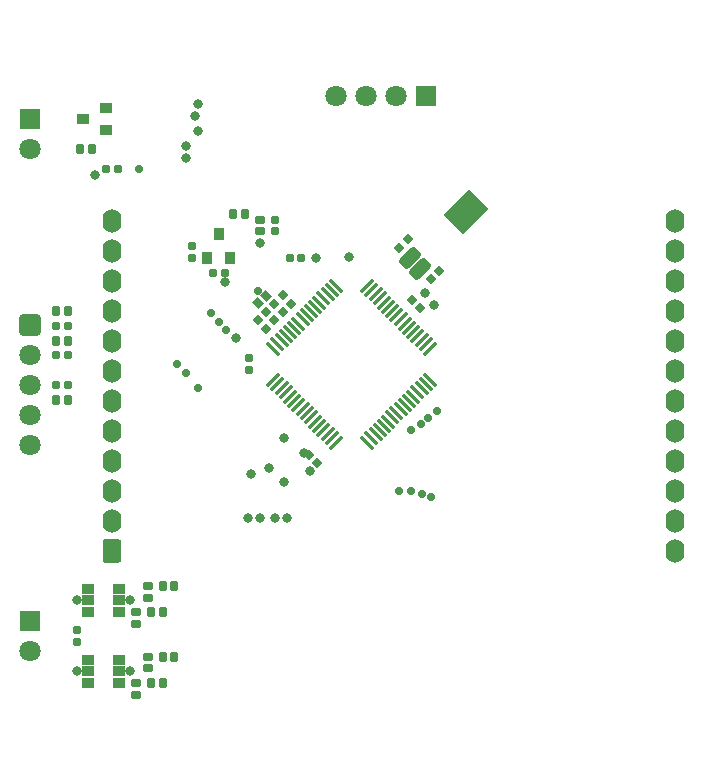
<source format=gts>
G04*
G04 #@! TF.GenerationSoftware,Altium Limited,Altium Designer,19.1.5 (86)*
G04*
G04 Layer_Color=8388736*
%FSLAX44Y44*%
%MOMM*%
G71*
G01*
G75*
G04:AMPARAMS|DCode=28|XSize=2.286mm|YSize=3.048mm|CornerRadius=0mm|HoleSize=0mm|Usage=FLASHONLY|Rotation=315.000|XOffset=0mm|YOffset=0mm|HoleType=Round|Shape=Rectangle|*
%AMROTATEDRECTD28*
4,1,4,-1.8859,-0.2694,0.2694,1.8859,1.8859,0.2694,-0.2694,-1.8859,-1.8859,-0.2694,0.0*
%
%ADD28ROTATEDRECTD28*%

G04:AMPARAMS|DCode=29|XSize=0.7mm|YSize=0.8mm|CornerRadius=0.105mm|HoleSize=0mm|Usage=FLASHONLY|Rotation=0.000|XOffset=0mm|YOffset=0mm|HoleType=Round|Shape=RoundedRectangle|*
%AMROUNDEDRECTD29*
21,1,0.7000,0.5900,0,0,0.0*
21,1,0.4900,0.8000,0,0,0.0*
1,1,0.2100,0.2450,-0.2950*
1,1,0.2100,-0.2450,-0.2950*
1,1,0.2100,-0.2450,0.2950*
1,1,0.2100,0.2450,0.2950*
%
%ADD29ROUNDEDRECTD29*%
G04:AMPARAMS|DCode=30|XSize=0.65mm|YSize=0.65mm|CornerRadius=0.08mm|HoleSize=0mm|Usage=FLASHONLY|Rotation=180.000|XOffset=0mm|YOffset=0mm|HoleType=Round|Shape=RoundedRectangle|*
%AMROUNDEDRECTD30*
21,1,0.6500,0.4900,0,0,180.0*
21,1,0.4900,0.6500,0,0,180.0*
1,1,0.1600,-0.2450,0.2450*
1,1,0.1600,0.2450,0.2450*
1,1,0.1600,0.2450,-0.2450*
1,1,0.1600,-0.2450,-0.2450*
%
%ADD30ROUNDEDRECTD30*%
G04:AMPARAMS|DCode=31|XSize=0.65mm|YSize=0.65mm|CornerRadius=0.08mm|HoleSize=0mm|Usage=FLASHONLY|Rotation=270.000|XOffset=0mm|YOffset=0mm|HoleType=Round|Shape=RoundedRectangle|*
%AMROUNDEDRECTD31*
21,1,0.6500,0.4900,0,0,270.0*
21,1,0.4900,0.6500,0,0,270.0*
1,1,0.1600,-0.2450,-0.2450*
1,1,0.1600,-0.2450,0.2450*
1,1,0.1600,0.2450,0.2450*
1,1,0.1600,0.2450,-0.2450*
%
%ADD31ROUNDEDRECTD31*%
G04:AMPARAMS|DCode=32|XSize=0.7mm|YSize=0.8mm|CornerRadius=0.105mm|HoleSize=0mm|Usage=FLASHONLY|Rotation=270.000|XOffset=0mm|YOffset=0mm|HoleType=Round|Shape=RoundedRectangle|*
%AMROUNDEDRECTD32*
21,1,0.7000,0.5900,0,0,270.0*
21,1,0.4900,0.8000,0,0,270.0*
1,1,0.2100,-0.2950,-0.2450*
1,1,0.2100,-0.2950,0.2450*
1,1,0.2100,0.2950,0.2450*
1,1,0.2100,0.2950,-0.2450*
%
%ADD32ROUNDEDRECTD32*%
G04:AMPARAMS|DCode=33|XSize=0.79mm|YSize=1.09mm|CornerRadius=0.0569mm|HoleSize=0mm|Usage=FLASHONLY|Rotation=270.000|XOffset=0mm|YOffset=0mm|HoleType=Round|Shape=RoundedRectangle|*
%AMROUNDEDRECTD33*
21,1,0.7900,0.9762,0,0,270.0*
21,1,0.6762,1.0900,0,0,270.0*
1,1,0.1138,-0.4881,-0.3381*
1,1,0.1138,-0.4881,0.3381*
1,1,0.1138,0.4881,0.3381*
1,1,0.1138,0.4881,-0.3381*
%
%ADD33ROUNDEDRECTD33*%
%ADD34R,0.9000X1.1000*%
%ADD35R,1.1000X0.9000*%
G04:AMPARAMS|DCode=36|XSize=0.65mm|YSize=0.65mm|CornerRadius=0.08mm|HoleSize=0mm|Usage=FLASHONLY|Rotation=225.000|XOffset=0mm|YOffset=0mm|HoleType=Round|Shape=RoundedRectangle|*
%AMROUNDEDRECTD36*
21,1,0.6500,0.4900,0,0,225.0*
21,1,0.4900,0.6500,0,0,225.0*
1,1,0.1600,-0.3465,0.0000*
1,1,0.1600,0.0000,0.3465*
1,1,0.1600,0.3465,0.0000*
1,1,0.1600,0.0000,-0.3465*
%
%ADD36ROUNDEDRECTD36*%
G04:AMPARAMS|DCode=37|XSize=0.65mm|YSize=0.65mm|CornerRadius=0.08mm|HoleSize=0mm|Usage=FLASHONLY|Rotation=315.000|XOffset=0mm|YOffset=0mm|HoleType=Round|Shape=RoundedRectangle|*
%AMROUNDEDRECTD37*
21,1,0.6500,0.4900,0,0,315.0*
21,1,0.4900,0.6500,0,0,315.0*
1,1,0.1600,0.0000,-0.3465*
1,1,0.1600,-0.3465,0.0000*
1,1,0.1600,0.0000,0.3465*
1,1,0.1600,0.3465,0.0000*
%
%ADD37ROUNDEDRECTD37*%
G04:AMPARAMS|DCode=38|XSize=1.55mm|YSize=0.35mm|CornerRadius=0.0525mm|HoleSize=0mm|Usage=FLASHONLY|Rotation=45.000|XOffset=0mm|YOffset=0mm|HoleType=Round|Shape=RoundedRectangle|*
%AMROUNDEDRECTD38*
21,1,1.5500,0.2450,0,0,45.0*
21,1,1.4450,0.3500,0,0,45.0*
1,1,0.1050,0.5975,0.4243*
1,1,0.1050,-0.4243,-0.5975*
1,1,0.1050,-0.5975,-0.4243*
1,1,0.1050,0.4243,0.5975*
%
%ADD38ROUNDEDRECTD38*%
G04:AMPARAMS|DCode=39|XSize=1.55mm|YSize=0.35mm|CornerRadius=0.0525mm|HoleSize=0mm|Usage=FLASHONLY|Rotation=315.000|XOffset=0mm|YOffset=0mm|HoleType=Round|Shape=RoundedRectangle|*
%AMROUNDEDRECTD39*
21,1,1.5500,0.2450,0,0,315.0*
21,1,1.4450,0.3500,0,0,315.0*
1,1,0.1050,0.4243,-0.5975*
1,1,0.1050,-0.5975,0.4243*
1,1,0.1050,-0.4243,0.5975*
1,1,0.1050,0.5975,-0.4243*
%
%ADD39ROUNDEDRECTD39*%
G04:AMPARAMS|DCode=40|XSize=0.72mm|YSize=0.6mm|CornerRadius=0mm|HoleSize=0mm|Usage=FLASHONLY|Rotation=315.000|XOffset=0mm|YOffset=0mm|HoleType=Round|Shape=Rectangle|*
%AMROTATEDRECTD40*
4,1,4,-0.4667,0.0424,-0.0424,0.4667,0.4667,-0.0424,0.0424,-0.4667,-0.4667,0.0424,0.0*
%
%ADD40ROTATEDRECTD40*%

%ADD41O,1.6000X2.0000*%
G04:AMPARAMS|DCode=42|XSize=2mm|YSize=1.6mm|CornerRadius=0.2375mm|HoleSize=0mm|Usage=FLASHONLY|Rotation=90.000|XOffset=0mm|YOffset=0mm|HoleType=Round|Shape=RoundedRectangle|*
%AMROUNDEDRECTD42*
21,1,2.0000,1.1250,0,0,90.0*
21,1,1.5250,1.6000,0,0,90.0*
1,1,0.4750,0.5625,0.7625*
1,1,0.4750,0.5625,-0.7625*
1,1,0.4750,-0.5625,-0.7625*
1,1,0.4750,-0.5625,0.7625*
%
%ADD42ROUNDEDRECTD42*%
%ADD43C,0.1000*%
%ADD44R,1.8000X1.8000*%
%ADD45C,1.8000*%
%ADD46R,1.8000X1.8000*%
G04:AMPARAMS|DCode=47|XSize=1.9mm|YSize=1.1mm|CornerRadius=0.3mm|HoleSize=0mm|Usage=FLASHONLY|Rotation=45.000|XOffset=0mm|YOffset=0mm|HoleType=Round|Shape=RoundedRectangle|*
%AMROUNDEDRECTD47*
21,1,1.9000,0.5000,0,0,45.0*
21,1,1.3000,1.1000,0,0,45.0*
1,1,0.6000,0.6364,0.2828*
1,1,0.6000,-0.2828,-0.6364*
1,1,0.6000,-0.6364,-0.2828*
1,1,0.6000,0.2828,0.6364*
%
%ADD47ROUNDEDRECTD47*%
G04:AMPARAMS|DCode=48|XSize=1.8mm|YSize=1.8mm|CornerRadius=0.2625mm|HoleSize=0mm|Usage=FLASHONLY|Rotation=270.000|XOffset=0mm|YOffset=0mm|HoleType=Round|Shape=RoundedRectangle|*
%AMROUNDEDRECTD48*
21,1,1.8000,1.2750,0,0,270.0*
21,1,1.2750,1.8000,0,0,270.0*
1,1,0.5250,-0.6375,-0.6375*
1,1,0.5250,-0.6375,0.6375*
1,1,0.5250,0.6375,0.6375*
1,1,0.5250,0.6375,-0.6375*
%
%ADD48ROUNDEDRECTD48*%
%ADD49C,0.7000*%
%ADD50C,0.8000*%
D28*
X599196Y646130D02*
D03*
D29*
X252500Y562500D02*
D03*
X262500D02*
D03*
X252500Y537500D02*
D03*
X262500D02*
D03*
X252500Y487500D02*
D03*
X262500D02*
D03*
X412500Y645000D02*
D03*
X402500D02*
D03*
X352500Y270000D02*
D03*
X342500D02*
D03*
Y330000D02*
D03*
X352500D02*
D03*
X342500Y247500D02*
D03*
X332500D02*
D03*
Y307500D02*
D03*
X342500D02*
D03*
X282500Y700000D02*
D03*
X272500D02*
D03*
D30*
X252500Y550000D02*
D03*
X262500D02*
D03*
X252500Y525000D02*
D03*
X262500D02*
D03*
X252500Y500000D02*
D03*
X262500D02*
D03*
X450000Y607500D02*
D03*
X460000D02*
D03*
X305000Y682500D02*
D03*
X295000D02*
D03*
X395000Y595000D02*
D03*
X385000D02*
D03*
D31*
X437500Y630000D02*
D03*
Y640000D02*
D03*
X270000Y282500D02*
D03*
Y292500D02*
D03*
X367500Y617500D02*
D03*
Y607500D02*
D03*
X415879Y512803D02*
D03*
Y522803D02*
D03*
D32*
X425000Y630000D02*
D03*
Y640000D02*
D03*
X330000Y270000D02*
D03*
Y260000D02*
D03*
Y320000D02*
D03*
Y330000D02*
D03*
X320000Y247500D02*
D03*
Y237500D02*
D03*
Y297500D02*
D03*
Y307500D02*
D03*
D33*
X279550Y308000D02*
D03*
Y317500D02*
D03*
Y327000D02*
D03*
X305450D02*
D03*
Y317500D02*
D03*
Y308000D02*
D03*
X279550Y248000D02*
D03*
Y257500D02*
D03*
Y267000D02*
D03*
X305450D02*
D03*
Y257500D02*
D03*
Y248000D02*
D03*
D34*
X390000Y627500D02*
D03*
X399500Y607750D02*
D03*
X380500D02*
D03*
D35*
X294750Y715500D02*
D03*
Y734500D02*
D03*
X275000Y725000D02*
D03*
D36*
X549974Y623283D02*
D03*
X542903Y616212D02*
D03*
X576491Y596767D02*
D03*
X569420Y589696D02*
D03*
X444164Y561694D02*
D03*
X451235Y568765D02*
D03*
X437093D02*
D03*
X444164Y575836D02*
D03*
X430022Y561694D02*
D03*
X422951Y554623D02*
D03*
X437093D02*
D03*
X430022Y547552D02*
D03*
D37*
X553765Y572301D02*
D03*
X560836Y565230D02*
D03*
X473535Y433965D02*
D03*
X466465Y441035D02*
D03*
D38*
X536972Y562578D02*
D03*
X457422Y483029D02*
D03*
X568791Y530758D02*
D03*
X558185Y541365D02*
D03*
X561720Y537829D02*
D03*
X565256Y534294D02*
D03*
X540507Y559043D02*
D03*
X544043Y555507D02*
D03*
X547578Y551972D02*
D03*
X551114Y548436D02*
D03*
X554649Y544900D02*
D03*
X478635Y461815D02*
D03*
X489242Y451209D02*
D03*
X485706Y454744D02*
D03*
X482171Y458280D02*
D03*
X460958Y479493D02*
D03*
X475100Y465351D02*
D03*
X471564Y468886D02*
D03*
X468029Y472422D02*
D03*
X464493Y475958D02*
D03*
X529900Y569649D02*
D03*
X533436Y566114D02*
D03*
X515758Y583791D02*
D03*
X519294Y580256D02*
D03*
X522829Y576720D02*
D03*
X526365Y573185D02*
D03*
X450351Y490100D02*
D03*
X453886Y486564D02*
D03*
X436209Y504242D02*
D03*
X446815Y493635D02*
D03*
X443280Y497171D02*
D03*
X439744Y500706D02*
D03*
D39*
X551114Y486564D02*
D03*
X471564Y566114D02*
D03*
X568791Y504242D02*
D03*
X565256Y500706D02*
D03*
X561720Y497171D02*
D03*
X558185Y493635D02*
D03*
X554649Y490100D02*
D03*
X540507Y475958D02*
D03*
X547578Y483029D02*
D03*
X544043Y479493D02*
D03*
X536972Y472422D02*
D03*
X533436Y468886D02*
D03*
X529900Y465351D02*
D03*
X526365Y461815D02*
D03*
X522829Y458280D02*
D03*
X519294Y454744D02*
D03*
X515758Y451209D02*
D03*
X489242Y583791D02*
D03*
X475100Y569649D02*
D03*
X478635Y573185D02*
D03*
X482171Y576720D02*
D03*
X485706Y580256D02*
D03*
X460958Y555507D02*
D03*
X464493Y559043D02*
D03*
X468029Y562578D02*
D03*
X436209Y530758D02*
D03*
X439744Y534294D02*
D03*
X443280Y537829D02*
D03*
X446815Y541365D02*
D03*
X450351Y544900D02*
D03*
X453886Y548436D02*
D03*
X457422Y551972D02*
D03*
D40*
X429668Y575483D02*
D03*
X423304Y569119D02*
D03*
D41*
X300000Y385000D02*
D03*
Y410400D02*
D03*
Y435800D02*
D03*
Y461200D02*
D03*
Y486600D02*
D03*
Y512000D02*
D03*
Y537400D02*
D03*
Y562800D02*
D03*
Y588200D02*
D03*
Y613600D02*
D03*
Y639000D02*
D03*
X776250D02*
D03*
Y613600D02*
D03*
Y588200D02*
D03*
Y562800D02*
D03*
Y537400D02*
D03*
Y512000D02*
D03*
Y486600D02*
D03*
Y461200D02*
D03*
Y435800D02*
D03*
Y410400D02*
D03*
Y385000D02*
D03*
Y359600D02*
D03*
D42*
X300000D02*
D03*
D43*
X250000Y190000D02*
D03*
Y810000D02*
D03*
D44*
X565400Y745000D02*
D03*
D45*
X540000D02*
D03*
X514600D02*
D03*
X489200D02*
D03*
X230000Y274600D02*
D03*
Y700000D02*
D03*
Y449200D02*
D03*
Y500000D02*
D03*
Y474600D02*
D03*
Y525400D02*
D03*
D46*
Y300000D02*
D03*
Y725400D02*
D03*
D47*
X560581Y598535D02*
D03*
X551600Y607515D02*
D03*
D48*
X230000Y550800D02*
D03*
D49*
X561027Y466773D02*
D03*
X552750Y461750D02*
D03*
X383250Y561250D02*
D03*
X423021Y579528D02*
D03*
X390578Y553078D02*
D03*
X570000Y405000D02*
D03*
X567528Y471773D02*
D03*
X322500Y682500D02*
D03*
X396348Y546348D02*
D03*
X362500Y510000D02*
D03*
X575000Y477500D02*
D03*
X355000Y517500D02*
D03*
X372500Y497500D02*
D03*
X542500Y410000D02*
D03*
X552500D02*
D03*
X562500Y407500D02*
D03*
D50*
X572500Y567500D02*
D03*
X565000Y577500D02*
D03*
X395000Y587500D02*
D03*
X462499Y442499D02*
D03*
X444999Y454999D02*
D03*
X270000Y257500D02*
D03*
Y317500D02*
D03*
X285000Y677500D02*
D03*
X370000Y727500D02*
D03*
X372500Y715000D02*
D03*
X372500Y737500D02*
D03*
X362500Y692500D02*
D03*
X362499Y702499D02*
D03*
X500000Y608061D02*
D03*
X425000Y620000D02*
D03*
X472500Y607500D02*
D03*
X415000Y387500D02*
D03*
X447500D02*
D03*
X437500D02*
D03*
X425000D02*
D03*
X417499Y424999D02*
D03*
X432500Y430000D02*
D03*
X445000Y417500D02*
D03*
X405000Y540000D02*
D03*
X467500Y427500D02*
D03*
X315000Y317500D02*
D03*
Y257500D02*
D03*
M02*

</source>
